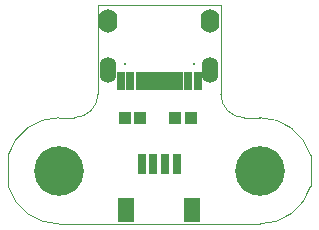
<source format=gts>
G04*
G04 #@! TF.GenerationSoftware,Altium Limited,Altium Designer,21.3.2 (30)*
G04*
G04 Layer_Color=8388736*
%FSLAX43Y43*%
%MOMM*%
G71*
G04*
G04 #@! TF.SameCoordinates,DDF0AE4A-8618-4426-8A3D-72610EC7A679*
G04*
G04*
G04 #@! TF.FilePolarity,Negative*
G04*
G01*
G75*
%ADD11C,0.100*%
%ADD17R,0.500X1.650*%
%ADD18R,0.800X1.650*%
%ADD19R,1.400X2.000*%
%ADD20R,0.800X1.750*%
%ADD21R,1.000X1.050*%
%ADD22C,4.200*%
%ADD23O,1.400X2.200*%
%ADD24O,1.600X2.000*%
%ADD25C,0.200*%
D11*
X102500Y110500D02*
G03*
X98200Y107327I0J-4500D01*
G01*
X119500Y101500D02*
G03*
X123800Y104673I0J4500D01*
G01*
Y107327D02*
G03*
X119500Y110500I-4300J-1327D01*
G01*
X98200Y104673D02*
G03*
X102500Y101500I4300J1327D01*
G01*
X116200Y112500D02*
G03*
X118200Y110500I2000J0D01*
G01*
X103800D02*
G03*
X105800Y112500I0J2000D01*
G01*
X118200Y110500D02*
X119500D01*
X123800Y104673D02*
Y107327D01*
X102500Y110500D02*
X103800D01*
X116200Y112500D02*
Y120000D01*
X102500Y101500D02*
X119500D01*
X98200Y104673D02*
Y107327D01*
X105800Y112500D02*
Y120000D01*
X116200D01*
D17*
X110750Y113600D02*
D03*
X111750D02*
D03*
X111250D02*
D03*
X110250D02*
D03*
X109750D02*
D03*
X112250D02*
D03*
X112750D02*
D03*
X109250D02*
D03*
D18*
X113450D02*
D03*
X108550D02*
D03*
X114250D02*
D03*
X107750D02*
D03*
D19*
X113800Y102700D02*
D03*
X108200D02*
D03*
D20*
X112500Y106575D02*
D03*
X111500D02*
D03*
X110500D02*
D03*
X109500D02*
D03*
D21*
X108050Y110500D02*
D03*
X109350D02*
D03*
X112350D02*
D03*
X113650D02*
D03*
D22*
X119500Y106000D02*
D03*
X102500D02*
D03*
D23*
X106680Y114515D02*
D03*
X115320D02*
D03*
D24*
Y118695D02*
D03*
X106680D02*
D03*
D25*
X108110Y115045D02*
D03*
X113890D02*
D03*
M02*

</source>
